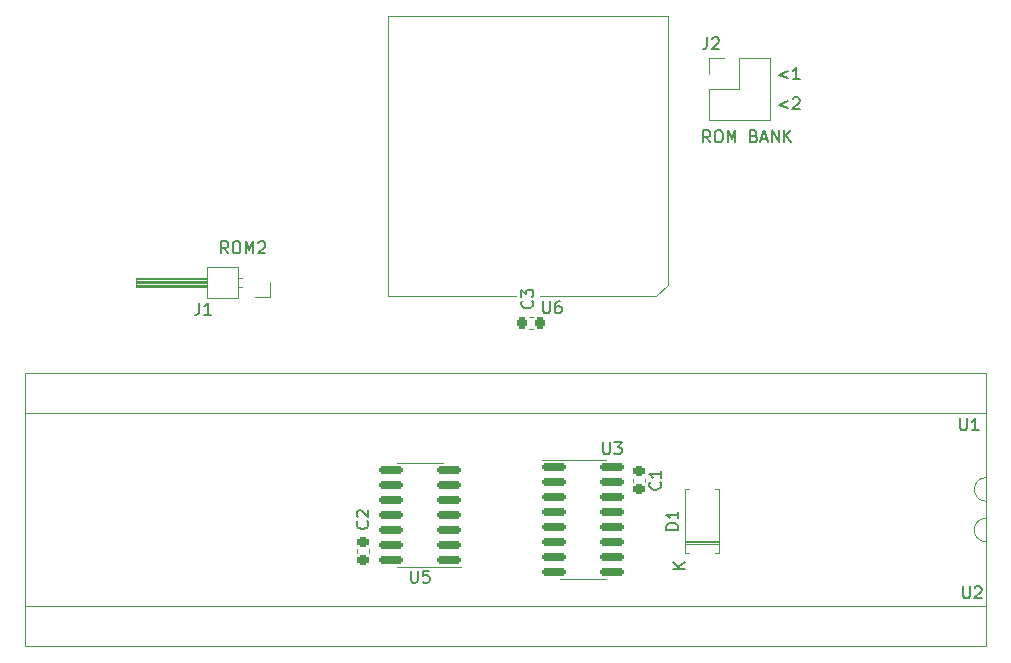
<source format=gto>
G04 #@! TF.GenerationSoftware,KiCad,Pcbnew,6.0.4-6f826c9f35~116~ubuntu18.04.1*
G04 #@! TF.CreationDate,2022-06-01T20:55:35+10:00*
G04 #@! TF.ProjectId,256KROM,3235364b-524f-44d2-9e6b-696361645f70,rev?*
G04 #@! TF.SameCoordinates,Original*
G04 #@! TF.FileFunction,Legend,Top*
G04 #@! TF.FilePolarity,Positive*
%FSLAX46Y46*%
G04 Gerber Fmt 4.6, Leading zero omitted, Abs format (unit mm)*
G04 Created by KiCad (PCBNEW 6.0.4-6f826c9f35~116~ubuntu18.04.1) date 2022-06-01 20:55:35*
%MOMM*%
%LPD*%
G01*
G04 APERTURE LIST*
G04 Aperture macros list*
%AMRoundRect*
0 Rectangle with rounded corners*
0 $1 Rounding radius*
0 $2 $3 $4 $5 $6 $7 $8 $9 X,Y pos of 4 corners*
0 Add a 4 corners polygon primitive as box body*
4,1,4,$2,$3,$4,$5,$6,$7,$8,$9,$2,$3,0*
0 Add four circle primitives for the rounded corners*
1,1,$1+$1,$2,$3*
1,1,$1+$1,$4,$5*
1,1,$1+$1,$6,$7*
1,1,$1+$1,$8,$9*
0 Add four rect primitives between the rounded corners*
20,1,$1+$1,$2,$3,$4,$5,0*
20,1,$1+$1,$4,$5,$6,$7,0*
20,1,$1+$1,$6,$7,$8,$9,0*
20,1,$1+$1,$8,$9,$2,$3,0*%
G04 Aperture macros list end*
%ADD10C,0.150000*%
%ADD11C,0.120000*%
%ADD12R,1.422400X1.422400*%
%ADD13C,1.422400*%
%ADD14R,1.600000X2.400000*%
%ADD15O,1.600000X2.400000*%
%ADD16RoundRect,0.150000X-0.825000X-0.150000X0.825000X-0.150000X0.825000X0.150000X-0.825000X0.150000X0*%
%ADD17RoundRect,0.150000X0.825000X0.150000X-0.825000X0.150000X-0.825000X-0.150000X0.825000X-0.150000X0*%
%ADD18RoundRect,0.225000X-0.250000X0.225000X-0.250000X-0.225000X0.250000X-0.225000X0.250000X0.225000X0*%
%ADD19RoundRect,0.225000X0.250000X-0.225000X0.250000X0.225000X-0.250000X0.225000X-0.250000X-0.225000X0*%
%ADD20RoundRect,0.225000X0.225000X0.250000X-0.225000X0.250000X-0.225000X-0.250000X0.225000X-0.250000X0*%
%ADD21R,1.700000X1.700000*%
%ADD22O,1.700000X1.700000*%
%ADD23R,1.800000X1.800000*%
%ADD24O,1.800000X1.800000*%
G04 APERTURE END LIST*
D10*
X127944952Y-100782380D02*
X127611619Y-100306190D01*
X127373523Y-100782380D02*
X127373523Y-99782380D01*
X127754476Y-99782380D01*
X127849714Y-99830000D01*
X127897333Y-99877619D01*
X127944952Y-99972857D01*
X127944952Y-100115714D01*
X127897333Y-100210952D01*
X127849714Y-100258571D01*
X127754476Y-100306190D01*
X127373523Y-100306190D01*
X128564000Y-99782380D02*
X128754476Y-99782380D01*
X128849714Y-99830000D01*
X128944952Y-99925238D01*
X128992571Y-100115714D01*
X128992571Y-100449047D01*
X128944952Y-100639523D01*
X128849714Y-100734761D01*
X128754476Y-100782380D01*
X128564000Y-100782380D01*
X128468761Y-100734761D01*
X128373523Y-100639523D01*
X128325904Y-100449047D01*
X128325904Y-100115714D01*
X128373523Y-99925238D01*
X128468761Y-99830000D01*
X128564000Y-99782380D01*
X129421142Y-100782380D02*
X129421142Y-99782380D01*
X129754476Y-100496666D01*
X130087809Y-99782380D01*
X130087809Y-100782380D01*
X131659238Y-100258571D02*
X131802095Y-100306190D01*
X131849714Y-100353809D01*
X131897333Y-100449047D01*
X131897333Y-100591904D01*
X131849714Y-100687142D01*
X131802095Y-100734761D01*
X131706857Y-100782380D01*
X131325904Y-100782380D01*
X131325904Y-99782380D01*
X131659238Y-99782380D01*
X131754476Y-99830000D01*
X131802095Y-99877619D01*
X131849714Y-99972857D01*
X131849714Y-100068095D01*
X131802095Y-100163333D01*
X131754476Y-100210952D01*
X131659238Y-100258571D01*
X131325904Y-100258571D01*
X132278285Y-100496666D02*
X132754476Y-100496666D01*
X132183047Y-100782380D02*
X132516380Y-99782380D01*
X132849714Y-100782380D01*
X133183047Y-100782380D02*
X133183047Y-99782380D01*
X133754476Y-100782380D01*
X133754476Y-99782380D01*
X134230666Y-100782380D02*
X134230666Y-99782380D01*
X134802095Y-100782380D02*
X134373523Y-100210952D01*
X134802095Y-99782380D02*
X134230666Y-100353809D01*
X87130095Y-110180380D02*
X86796761Y-109704190D01*
X86558666Y-110180380D02*
X86558666Y-109180380D01*
X86939619Y-109180380D01*
X87034857Y-109228000D01*
X87082476Y-109275619D01*
X87130095Y-109370857D01*
X87130095Y-109513714D01*
X87082476Y-109608952D01*
X87034857Y-109656571D01*
X86939619Y-109704190D01*
X86558666Y-109704190D01*
X87749142Y-109180380D02*
X87939619Y-109180380D01*
X88034857Y-109228000D01*
X88130095Y-109323238D01*
X88177714Y-109513714D01*
X88177714Y-109847047D01*
X88130095Y-110037523D01*
X88034857Y-110132761D01*
X87939619Y-110180380D01*
X87749142Y-110180380D01*
X87653904Y-110132761D01*
X87558666Y-110037523D01*
X87511047Y-109847047D01*
X87511047Y-109513714D01*
X87558666Y-109323238D01*
X87653904Y-109228000D01*
X87749142Y-109180380D01*
X88606285Y-110180380D02*
X88606285Y-109180380D01*
X88939619Y-109894666D01*
X89272952Y-109180380D01*
X89272952Y-110180380D01*
X89701523Y-109275619D02*
X89749142Y-109228000D01*
X89844380Y-109180380D01*
X90082476Y-109180380D01*
X90177714Y-109228000D01*
X90225333Y-109275619D01*
X90272952Y-109370857D01*
X90272952Y-109466095D01*
X90225333Y-109608952D01*
X89653904Y-110180380D01*
X90272952Y-110180380D01*
X134524761Y-97321714D02*
X133762857Y-97607428D01*
X134524761Y-97893142D01*
X134953333Y-97083619D02*
X135000952Y-97036000D01*
X135096190Y-96988380D01*
X135334285Y-96988380D01*
X135429523Y-97036000D01*
X135477142Y-97083619D01*
X135524761Y-97178857D01*
X135524761Y-97274095D01*
X135477142Y-97416952D01*
X134905714Y-97988380D01*
X135524761Y-97988380D01*
X134524761Y-94781714D02*
X133762857Y-95067428D01*
X134524761Y-95353142D01*
X135524761Y-95448380D02*
X134953333Y-95448380D01*
X135239047Y-95448380D02*
X135239047Y-94448380D01*
X135143809Y-94591238D01*
X135048571Y-94686476D01*
X134953333Y-94734095D01*
X113792095Y-114260380D02*
X113792095Y-115069904D01*
X113839714Y-115165142D01*
X113887333Y-115212761D01*
X113982571Y-115260380D01*
X114173047Y-115260380D01*
X114268285Y-115212761D01*
X114315904Y-115165142D01*
X114363523Y-115069904D01*
X114363523Y-114260380D01*
X115268285Y-114260380D02*
X115077809Y-114260380D01*
X114982571Y-114308000D01*
X114934952Y-114355619D01*
X114839714Y-114498476D01*
X114792095Y-114688952D01*
X114792095Y-115069904D01*
X114839714Y-115165142D01*
X114887333Y-115212761D01*
X114982571Y-115260380D01*
X115173047Y-115260380D01*
X115268285Y-115212761D01*
X115315904Y-115165142D01*
X115363523Y-115069904D01*
X115363523Y-114831809D01*
X115315904Y-114736571D01*
X115268285Y-114688952D01*
X115173047Y-114641333D01*
X114982571Y-114641333D01*
X114887333Y-114688952D01*
X114839714Y-114736571D01*
X114792095Y-114831809D01*
X149098095Y-124166380D02*
X149098095Y-124975904D01*
X149145714Y-125071142D01*
X149193333Y-125118761D01*
X149288571Y-125166380D01*
X149479047Y-125166380D01*
X149574285Y-125118761D01*
X149621904Y-125071142D01*
X149669523Y-124975904D01*
X149669523Y-124166380D01*
X150669523Y-125166380D02*
X150098095Y-125166380D01*
X150383809Y-125166380D02*
X150383809Y-124166380D01*
X150288571Y-124309238D01*
X150193333Y-124404476D01*
X150098095Y-124452095D01*
X149352095Y-138390380D02*
X149352095Y-139199904D01*
X149399714Y-139295142D01*
X149447333Y-139342761D01*
X149542571Y-139390380D01*
X149733047Y-139390380D01*
X149828285Y-139342761D01*
X149875904Y-139295142D01*
X149923523Y-139199904D01*
X149923523Y-138390380D01*
X150352095Y-138485619D02*
X150399714Y-138438000D01*
X150494952Y-138390380D01*
X150733047Y-138390380D01*
X150828285Y-138438000D01*
X150875904Y-138485619D01*
X150923523Y-138580857D01*
X150923523Y-138676095D01*
X150875904Y-138818952D01*
X150304476Y-139390380D01*
X150923523Y-139390380D01*
X118872095Y-126198380D02*
X118872095Y-127007904D01*
X118919714Y-127103142D01*
X118967333Y-127150761D01*
X119062571Y-127198380D01*
X119253047Y-127198380D01*
X119348285Y-127150761D01*
X119395904Y-127103142D01*
X119443523Y-127007904D01*
X119443523Y-126198380D01*
X119824476Y-126198380D02*
X120443523Y-126198380D01*
X120110190Y-126579333D01*
X120253047Y-126579333D01*
X120348285Y-126626952D01*
X120395904Y-126674571D01*
X120443523Y-126769809D01*
X120443523Y-127007904D01*
X120395904Y-127103142D01*
X120348285Y-127150761D01*
X120253047Y-127198380D01*
X119967333Y-127198380D01*
X119872095Y-127150761D01*
X119824476Y-127103142D01*
X102616095Y-137066380D02*
X102616095Y-137875904D01*
X102663714Y-137971142D01*
X102711333Y-138018761D01*
X102806571Y-138066380D01*
X102997047Y-138066380D01*
X103092285Y-138018761D01*
X103139904Y-137971142D01*
X103187523Y-137875904D01*
X103187523Y-137066380D01*
X104139904Y-137066380D02*
X103663714Y-137066380D01*
X103616095Y-137542571D01*
X103663714Y-137494952D01*
X103758952Y-137447333D01*
X103997047Y-137447333D01*
X104092285Y-137494952D01*
X104139904Y-137542571D01*
X104187523Y-137637809D01*
X104187523Y-137875904D01*
X104139904Y-137971142D01*
X104092285Y-138018761D01*
X103997047Y-138066380D01*
X103758952Y-138066380D01*
X103663714Y-138018761D01*
X103616095Y-137971142D01*
X123707142Y-129566666D02*
X123754761Y-129614285D01*
X123802380Y-129757142D01*
X123802380Y-129852380D01*
X123754761Y-129995238D01*
X123659523Y-130090476D01*
X123564285Y-130138095D01*
X123373809Y-130185714D01*
X123230952Y-130185714D01*
X123040476Y-130138095D01*
X122945238Y-130090476D01*
X122850000Y-129995238D01*
X122802380Y-129852380D01*
X122802380Y-129757142D01*
X122850000Y-129614285D01*
X122897619Y-129566666D01*
X123802380Y-128614285D02*
X123802380Y-129185714D01*
X123802380Y-128900000D02*
X122802380Y-128900000D01*
X122945238Y-128995238D01*
X123040476Y-129090476D01*
X123088095Y-129185714D01*
X98909142Y-132881666D02*
X98956761Y-132929285D01*
X99004380Y-133072142D01*
X99004380Y-133167380D01*
X98956761Y-133310238D01*
X98861523Y-133405476D01*
X98766285Y-133453095D01*
X98575809Y-133500714D01*
X98432952Y-133500714D01*
X98242476Y-133453095D01*
X98147238Y-133405476D01*
X98052000Y-133310238D01*
X98004380Y-133167380D01*
X98004380Y-133072142D01*
X98052000Y-132929285D01*
X98099619Y-132881666D01*
X98099619Y-132500714D02*
X98052000Y-132453095D01*
X98004380Y-132357857D01*
X98004380Y-132119761D01*
X98052000Y-132024523D01*
X98099619Y-131976904D01*
X98194857Y-131929285D01*
X98290095Y-131929285D01*
X98432952Y-131976904D01*
X99004380Y-132548333D01*
X99004380Y-131929285D01*
X112866142Y-114212666D02*
X112913761Y-114260285D01*
X112961380Y-114403142D01*
X112961380Y-114498380D01*
X112913761Y-114641238D01*
X112818523Y-114736476D01*
X112723285Y-114784095D01*
X112532809Y-114831714D01*
X112389952Y-114831714D01*
X112199476Y-114784095D01*
X112104238Y-114736476D01*
X112009000Y-114641238D01*
X111961380Y-114498380D01*
X111961380Y-114403142D01*
X112009000Y-114260285D01*
X112056619Y-114212666D01*
X111961380Y-113879333D02*
X111961380Y-113260285D01*
X112342333Y-113593619D01*
X112342333Y-113450761D01*
X112389952Y-113355523D01*
X112437571Y-113307904D01*
X112532809Y-113260285D01*
X112770904Y-113260285D01*
X112866142Y-113307904D01*
X112913761Y-113355523D01*
X112961380Y-113450761D01*
X112961380Y-113736476D01*
X112913761Y-113831714D01*
X112866142Y-113879333D01*
X84689666Y-114371380D02*
X84689666Y-115085666D01*
X84642047Y-115228523D01*
X84546809Y-115323761D01*
X84403952Y-115371380D01*
X84308714Y-115371380D01*
X85689666Y-115371380D02*
X85118238Y-115371380D01*
X85403952Y-115371380D02*
X85403952Y-114371380D01*
X85308714Y-114514238D01*
X85213476Y-114609476D01*
X85118238Y-114657095D01*
X127682666Y-91908380D02*
X127682666Y-92622666D01*
X127635047Y-92765523D01*
X127539809Y-92860761D01*
X127396952Y-92908380D01*
X127301714Y-92908380D01*
X128111238Y-92003619D02*
X128158857Y-91956000D01*
X128254095Y-91908380D01*
X128492190Y-91908380D01*
X128587428Y-91956000D01*
X128635047Y-92003619D01*
X128682666Y-92098857D01*
X128682666Y-92194095D01*
X128635047Y-92336952D01*
X128063619Y-92908380D01*
X128682666Y-92908380D01*
X125236380Y-133580095D02*
X124236380Y-133580095D01*
X124236380Y-133342000D01*
X124284000Y-133199142D01*
X124379238Y-133103904D01*
X124474476Y-133056285D01*
X124664952Y-133008666D01*
X124807809Y-133008666D01*
X124998285Y-133056285D01*
X125093523Y-133103904D01*
X125188761Y-133199142D01*
X125236380Y-133342000D01*
X125236380Y-133580095D01*
X125236380Y-132056285D02*
X125236380Y-132627714D01*
X125236380Y-132342000D02*
X124236380Y-132342000D01*
X124379238Y-132437238D01*
X124474476Y-132532476D01*
X124522095Y-132627714D01*
X125806380Y-136913904D02*
X124806380Y-136913904D01*
X125806380Y-136342476D02*
X125234952Y-136771047D01*
X124806380Y-136342476D02*
X125377809Y-136913904D01*
D11*
X100672000Y-90131000D02*
X100672000Y-113831000D01*
X113522000Y-113831000D02*
X123372000Y-113831000D01*
X123372000Y-113831000D02*
X124372000Y-112831000D01*
X100672000Y-113831000D02*
X111522000Y-113831000D01*
X124372000Y-90131000D02*
X100672000Y-90131000D01*
X124372000Y-112831000D02*
X124372000Y-90131000D01*
X151317000Y-123734000D02*
X69917000Y-123734000D01*
X151317000Y-143474000D02*
X151317000Y-134604000D01*
X69917000Y-143474000D02*
X151317000Y-143474000D01*
X151317000Y-132604000D02*
X151317000Y-123734000D01*
X69917000Y-123734000D02*
X69917000Y-143474000D01*
X151317000Y-132604000D02*
G75*
G03*
X151317000Y-134604000I0J-1000000D01*
G01*
X151317000Y-120305000D02*
X69917000Y-120305000D01*
X151317000Y-140045000D02*
X151317000Y-131175000D01*
X69917000Y-140045000D02*
X151317000Y-140045000D01*
X151317000Y-129175000D02*
X151317000Y-120305000D01*
X69917000Y-120305000D02*
X69917000Y-140045000D01*
X151317000Y-129175000D02*
G75*
G03*
X151317000Y-131175000I0J-1000000D01*
G01*
X117159000Y-137775000D02*
X115209000Y-137775000D01*
X117159000Y-127655000D02*
X119109000Y-127655000D01*
X117159000Y-137775000D02*
X119109000Y-137775000D01*
X117159000Y-127655000D02*
X113709000Y-127655000D01*
X103378000Y-136769000D02*
X101428000Y-136769000D01*
X103378000Y-127899000D02*
X101428000Y-127899000D01*
X103378000Y-136769000D02*
X106828000Y-136769000D01*
X103378000Y-127899000D02*
X105328000Y-127899000D01*
X121410000Y-129259420D02*
X121410000Y-129540580D01*
X122430000Y-129259420D02*
X122430000Y-129540580D01*
X99062000Y-135535580D02*
X99062000Y-135254420D01*
X98042000Y-135535580D02*
X98042000Y-135254420D01*
X112916580Y-115568000D02*
X112635420Y-115568000D01*
X112916580Y-116588000D02*
X112635420Y-116588000D01*
X85308000Y-112609000D02*
X79308000Y-112609000D01*
X85308000Y-113979000D02*
X87968000Y-113979000D01*
X90678000Y-113919000D02*
X89408000Y-113919000D01*
X90678000Y-112649000D02*
X90678000Y-113919000D01*
X88298000Y-112269000D02*
X87968000Y-112269000D01*
X85308000Y-111319000D02*
X85308000Y-113979000D01*
X79308000Y-113029000D02*
X79308000Y-112269000D01*
X85308000Y-112369000D02*
X79308000Y-112369000D01*
X85308000Y-112849000D02*
X79308000Y-112849000D01*
X85308000Y-113029000D02*
X79308000Y-113029000D01*
X85308000Y-112969000D02*
X79308000Y-112969000D01*
X85308000Y-112729000D02*
X79308000Y-112729000D01*
X88298000Y-113029000D02*
X87968000Y-113029000D01*
X79308000Y-112269000D02*
X85308000Y-112269000D01*
X85308000Y-112489000D02*
X79308000Y-112489000D01*
X87968000Y-113979000D02*
X87968000Y-111319000D01*
X87968000Y-111319000D02*
X85308000Y-111319000D01*
X127829000Y-96266000D02*
X127829000Y-98866000D01*
X127829000Y-96266000D02*
X130429000Y-96266000D01*
X130429000Y-93666000D02*
X133029000Y-93666000D01*
X130429000Y-96266000D02*
X130429000Y-93666000D01*
X127829000Y-93666000D02*
X129159000Y-93666000D01*
X127829000Y-98866000D02*
X133029000Y-98866000D01*
X133029000Y-93666000D02*
X133029000Y-98866000D01*
X127829000Y-94996000D02*
X127829000Y-93666000D01*
X125784000Y-134662000D02*
X128724000Y-134662000D01*
X125784000Y-135562000D02*
X125784000Y-130122000D01*
X125784000Y-134782000D02*
X128724000Y-134782000D01*
X126114000Y-135562000D02*
X125784000Y-135562000D01*
X128724000Y-135562000D02*
X128724000Y-130122000D01*
X125784000Y-134542000D02*
X128724000Y-134542000D01*
X128394000Y-135562000D02*
X128724000Y-135562000D01*
X128724000Y-130122000D02*
X128394000Y-130122000D01*
X125784000Y-130122000D02*
X126114000Y-130122000D01*
%LPC*%
D12*
X111252000Y-108331000D03*
D13*
X113792000Y-110871000D03*
X113792000Y-108331000D03*
X116332000Y-110871000D03*
X116332000Y-108331000D03*
X118872000Y-110871000D03*
X121412000Y-108331000D03*
X118872000Y-108331000D03*
X121412000Y-105791000D03*
X118872000Y-105791000D03*
X121412000Y-103251000D03*
X118872000Y-103251000D03*
X121412000Y-100711000D03*
X118872000Y-100711000D03*
X121412000Y-98171000D03*
X118872000Y-98171000D03*
X121412000Y-95631000D03*
X118872000Y-93091000D03*
X118872000Y-95631000D03*
X116332000Y-93091000D03*
X116332000Y-95631000D03*
X113792000Y-93091000D03*
X113792000Y-95631000D03*
X111252000Y-93091000D03*
X111252000Y-95631000D03*
X108712000Y-93091000D03*
X108712000Y-95631000D03*
X106172000Y-93091000D03*
X103632000Y-95631000D03*
X106172000Y-95631000D03*
X103632000Y-98171000D03*
X106172000Y-98171000D03*
X103632000Y-100711000D03*
X106172000Y-100711000D03*
X103632000Y-103251000D03*
X106172000Y-103251000D03*
X103632000Y-105791000D03*
X106172000Y-105791000D03*
X103632000Y-108331000D03*
X106172000Y-110871000D03*
X106172000Y-108331000D03*
X108712000Y-110871000D03*
X108712000Y-108331000D03*
X111252000Y-110871000D03*
D14*
X149987000Y-122174000D03*
D15*
X147447000Y-122174000D03*
X144907000Y-122174000D03*
X142367000Y-122174000D03*
X139827000Y-122174000D03*
X137287000Y-122174000D03*
X134747000Y-122174000D03*
X132207000Y-122174000D03*
X129667000Y-122174000D03*
X127127000Y-122174000D03*
X124587000Y-122174000D03*
X122047000Y-122174000D03*
X119507000Y-122174000D03*
X116967000Y-122174000D03*
X114427000Y-122174000D03*
X111887000Y-122174000D03*
X109347000Y-122174000D03*
X106807000Y-122174000D03*
X104267000Y-122174000D03*
X101727000Y-122174000D03*
X99187000Y-122174000D03*
X96647000Y-122174000D03*
X94107000Y-122174000D03*
X91567000Y-122174000D03*
X89027000Y-122174000D03*
X86487000Y-122174000D03*
X83947000Y-122174000D03*
X81407000Y-122174000D03*
X78867000Y-122174000D03*
X76327000Y-122174000D03*
X73787000Y-122174000D03*
X71247000Y-122174000D03*
X71247000Y-145034000D03*
X73787000Y-145034000D03*
X76327000Y-145034000D03*
X78867000Y-145034000D03*
X81407000Y-145034000D03*
X83947000Y-145034000D03*
X86487000Y-145034000D03*
X89027000Y-145034000D03*
X91567000Y-145034000D03*
X94107000Y-145034000D03*
X96647000Y-145034000D03*
X99187000Y-145034000D03*
X101727000Y-145034000D03*
X104267000Y-145034000D03*
X106807000Y-145034000D03*
X109347000Y-145034000D03*
X111887000Y-145034000D03*
X114427000Y-145034000D03*
X116967000Y-145034000D03*
X119507000Y-145034000D03*
X122047000Y-145034000D03*
X124587000Y-145034000D03*
X127127000Y-145034000D03*
X129667000Y-145034000D03*
X132207000Y-145034000D03*
X134747000Y-145034000D03*
X137287000Y-145034000D03*
X139827000Y-145034000D03*
X142367000Y-145034000D03*
X144907000Y-145034000D03*
X147447000Y-145034000D03*
X149987000Y-145034000D03*
D14*
X149987000Y-118745000D03*
D15*
X147447000Y-118745000D03*
X144907000Y-118745000D03*
X142367000Y-118745000D03*
X139827000Y-118745000D03*
X137287000Y-118745000D03*
X134747000Y-118745000D03*
X132207000Y-118745000D03*
X129667000Y-118745000D03*
X127127000Y-118745000D03*
X124587000Y-118745000D03*
X122047000Y-118745000D03*
X119507000Y-118745000D03*
X116967000Y-118745000D03*
X114427000Y-118745000D03*
X111887000Y-118745000D03*
X109347000Y-118745000D03*
X106807000Y-118745000D03*
X104267000Y-118745000D03*
X101727000Y-118745000D03*
X99187000Y-118745000D03*
X96647000Y-118745000D03*
X94107000Y-118745000D03*
X91567000Y-118745000D03*
X89027000Y-118745000D03*
X86487000Y-118745000D03*
X83947000Y-118745000D03*
X81407000Y-118745000D03*
X78867000Y-118745000D03*
X76327000Y-118745000D03*
X73787000Y-118745000D03*
X71247000Y-118745000D03*
X71247000Y-141605000D03*
X73787000Y-141605000D03*
X76327000Y-141605000D03*
X78867000Y-141605000D03*
X81407000Y-141605000D03*
X83947000Y-141605000D03*
X86487000Y-141605000D03*
X89027000Y-141605000D03*
X91567000Y-141605000D03*
X94107000Y-141605000D03*
X96647000Y-141605000D03*
X99187000Y-141605000D03*
X101727000Y-141605000D03*
X104267000Y-141605000D03*
X106807000Y-141605000D03*
X109347000Y-141605000D03*
X111887000Y-141605000D03*
X114427000Y-141605000D03*
X116967000Y-141605000D03*
X119507000Y-141605000D03*
X122047000Y-141605000D03*
X124587000Y-141605000D03*
X127127000Y-141605000D03*
X129667000Y-141605000D03*
X132207000Y-141605000D03*
X134747000Y-141605000D03*
X137287000Y-141605000D03*
X139827000Y-141605000D03*
X142367000Y-141605000D03*
X144907000Y-141605000D03*
X147447000Y-141605000D03*
X149987000Y-141605000D03*
D16*
X114684000Y-128270000D03*
X114684000Y-129540000D03*
X114684000Y-130810000D03*
X114684000Y-132080000D03*
X114684000Y-133350000D03*
X114684000Y-134620000D03*
X114684000Y-135890000D03*
X114684000Y-137160000D03*
X119634000Y-137160000D03*
X119634000Y-135890000D03*
X119634000Y-134620000D03*
X119634000Y-133350000D03*
X119634000Y-132080000D03*
X119634000Y-130810000D03*
X119634000Y-129540000D03*
X119634000Y-128270000D03*
D17*
X105853000Y-136144000D03*
X105853000Y-134874000D03*
X105853000Y-133604000D03*
X105853000Y-132334000D03*
X105853000Y-131064000D03*
X105853000Y-129794000D03*
X105853000Y-128524000D03*
X100903000Y-128524000D03*
X100903000Y-129794000D03*
X100903000Y-131064000D03*
X100903000Y-132334000D03*
X100903000Y-133604000D03*
X100903000Y-134874000D03*
X100903000Y-136144000D03*
D18*
X121920000Y-128625000D03*
X121920000Y-130175000D03*
D19*
X98552000Y-136170000D03*
X98552000Y-134620000D03*
D20*
X113551000Y-116078000D03*
X112001000Y-116078000D03*
D21*
X89408000Y-112649000D03*
X129159000Y-94996000D03*
D22*
X131699000Y-94996000D03*
X129159000Y-97536000D03*
X131699000Y-97536000D03*
D23*
X127254000Y-136652000D03*
D24*
X127254000Y-129032000D03*
M02*

</source>
